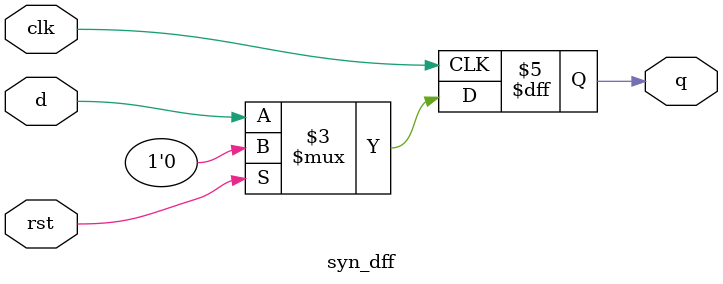
<source format=v>
module syn_dff (
  clk,
  rst,
  d,
  q
);

  input    clk;
  input    rst;
  input    d;
  output   q;

  reg      q;

  always @( posedge clk ) begin
    if ( rst ) begin
      q <= 1'b0;
    end
    else begin
      q <= d;
    end
  end

endmodule


</source>
